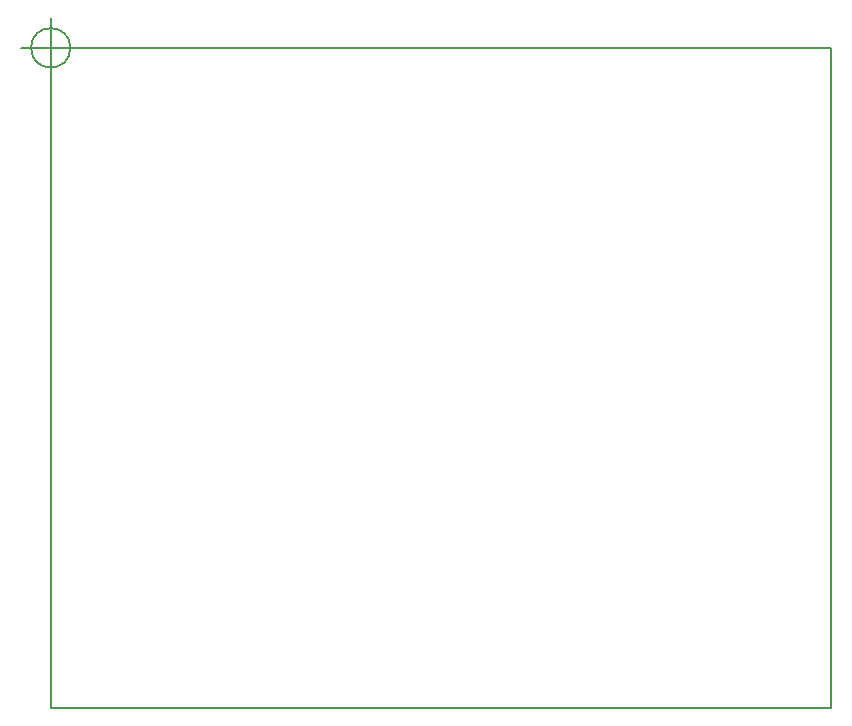
<source format=gm1>
G04 #@! TF.FileFunction,Profile,NP*
%FSLAX46Y46*%
G04 Gerber Fmt 4.6, Leading zero omitted, Abs format (unit mm)*
G04 Created by KiCad (PCBNEW 4.0.6) date 06/24/17 11:55:09*
%MOMM*%
%LPD*%
G01*
G04 APERTURE LIST*
%ADD10C,0.100000*%
%ADD11C,0.150000*%
G04 APERTURE END LIST*
D10*
D11*
X1666666Y0D02*
G75*
G03X1666666Y0I-1666666J0D01*
G01*
X-2500000Y0D02*
X2500000Y0D01*
X0Y2500000D02*
X0Y-2500000D01*
X66040000Y-55880000D02*
X0Y-55880000D01*
X66040000Y0D02*
X66040000Y-55880000D01*
X0Y0D02*
X66040000Y0D01*
X0Y-55880000D02*
X0Y0D01*
M02*

</source>
